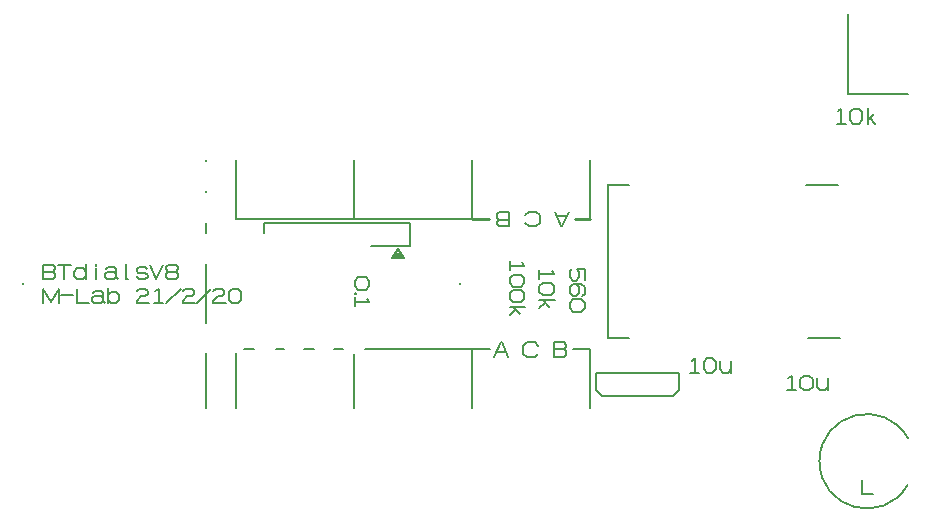
<source format=gto>
G71*G90*G75*D02*
%ASAXBY*OFA0B0*MOMM*FSLAX43Y43*IPPOS*%
%ADD12C,0.200*%
%ADD32C,0.225*%
G54D12*
G01X136500Y97000D03*
X99500D03*
X137500Y91500D02*
Y86500D01*
Y91500D02*
X139000D01*
X140375Y91219D02*
X139531D01*
X139344Y90844D02*
X139906Y92062D01*
X140000D01*
X140562Y90844D01*
X143062Y91125D02*
X142781Y90844D01*
X142125D01*
X141844Y91125D01*
Y91781D01*
X142125Y92062D01*
X142781D01*
X143062Y91781D01*
X144438Y91500D02*
X145281D01*
X145469Y91688D01*
Y91875D01*
X145281Y92062D01*
X144438D01*
Y90844D01*
X145281D01*
X145469Y91031D01*
Y91312D01*
X145281Y91500D01*
X146000D02*
X147500D01*
X117500Y107500D02*
Y102500D01*
X127500D01*
Y107500D01*
X137500Y102500D02*
Y107500D01*
X147500Y102500D02*
Y107500D01*
X127544Y95875D02*
Y95125D01*
Y95500D02*
X128762D01*
X128575Y95781D01*
X127825Y97562D02*
X127544Y97281D01*
Y96812D01*
X127825Y96531D01*
X128481D01*
X128762Y96812D01*
Y97281D01*
X128481Y97562D01*
X127825D01*
X127544Y96262D02*
Y96169D01*
X127638D01*
Y96262D01*
X127544D01*
Y96216D02*
X127638D01*
X99500Y97000D03*
X130795Y99393D02*
X131605D01*
X130921Y99583D02*
X131479D01*
X131048Y99773D02*
X131352D01*
X131175Y99963D02*
X131225D01*
X131200Y100001D02*
X130700Y99251D01*
X131700D02*
X131200Y100001D01*
X130700Y99251D02*
X131700D01*
X119900Y102200D02*
Y101300D01*
X128900Y100200D02*
X132200D01*
X169300Y119900D02*
Y113100D01*
X174400D01*
X149000Y105400D02*
X150800D01*
Y92400D02*
X149000D01*
X165900D02*
X168600D01*
X165800Y105400D02*
X168500D01*
X115000Y86500D02*
Y91200D01*
Y93700D02*
Y98700D01*
X117500Y86500D02*
Y91200D01*
X118200Y91500D02*
X119000D01*
X120900D02*
X121600D01*
X123300D02*
X124100D01*
X125800D02*
X126600D01*
X127500Y91100D02*
Y86500D01*
X128400Y91500D02*
X137500D01*
X101188Y98050D02*
X102031D01*
X102219Y98238D01*
Y98425D01*
X102031Y98612D01*
X101188D01*
Y97394D01*
X102031D01*
X102219Y97581D01*
Y97862D01*
X102031Y98050D01*
X102956Y97394D02*
Y98612D01*
X102394D02*
X103519D01*
X104819Y97394D02*
Y98706D01*
Y98050D02*
X104538Y98331D01*
X104069D01*
X103788Y98050D01*
Y97675D01*
X104069Y97394D01*
X104538D01*
X104819Y97675D01*
X105650Y97394D02*
Y98331D01*
Y98519D02*
Y98706D01*
X106481Y98238D02*
X106669Y98425D01*
X107138D01*
X107325Y98238D01*
Y97581D01*
X107512Y97394D02*
X107325Y97581D01*
X107138Y97394D01*
X106622D01*
X106434Y97581D01*
Y97816D01*
X106622Y98003D01*
X107138D01*
X107325Y97816D01*
X108344Y97394D02*
X108156D01*
Y98706D01*
X109081Y97675D02*
Y97581D01*
X109269Y97394D01*
X109831D01*
X110019Y97581D01*
Y97769D01*
X109831Y97956D01*
X109222D01*
X109081Y98097D01*
Y98238D01*
X109269Y98425D01*
X109784D01*
X109972Y98238D01*
X110194Y98612D02*
X110756Y97394D01*
X111319Y98612D01*
X111775Y98050D02*
X111588Y97862D01*
Y97581D01*
X111775Y97394D01*
X112431D01*
X112619Y97581D01*
Y97862D01*
X112431Y98050D01*
X111775D01*
X111588Y98238D01*
Y98425D01*
X111775Y98612D01*
X112431D01*
X112619Y98425D01*
Y98238D01*
X112431Y98050D01*
X101200Y95394D02*
Y96612D01*
X101856Y95488D01*
X102512Y96612D01*
Y95394D01*
X102688Y96050D02*
X103719D01*
X105019Y95394D02*
X104081D01*
Y96612D01*
X105381Y96238D02*
X105569Y96425D01*
X106038D01*
X106225Y96238D01*
Y95581D01*
X106412Y95394D02*
X106225Y95581D01*
X106038Y95394D01*
X105522D01*
X105334Y95581D01*
Y95816D01*
X105522Y96003D01*
X106038D01*
X106225Y95816D01*
X106681Y95394D02*
Y96706D01*
Y96050D02*
X106962Y96331D01*
X107338D01*
X107619Y96050D01*
Y95675D01*
X107338Y95394D01*
X106962D01*
X106681Y95675D01*
X109088Y96425D02*
X109275Y96612D01*
X109838D01*
X110025Y96425D01*
Y96144D01*
X109838Y95956D01*
X109462D01*
X109088Y95581D01*
Y95394D01*
X110119D01*
X110575D02*
X111325D01*
X110950D02*
Y96612D01*
X110669Y96425D01*
X111594Y95394D02*
X112812Y96612D01*
X112988Y96425D02*
X113175Y96612D01*
X113738D01*
X113925Y96425D01*
Y96144D01*
X113738Y95956D01*
X113362D01*
X112988Y95581D01*
Y95394D01*
X114019D01*
X114194D02*
X115412Y96612D01*
X115588Y96425D02*
X115775Y96612D01*
X116338D01*
X116525Y96425D01*
Y96144D01*
X116338Y95956D01*
X115962D01*
X115588Y95581D01*
Y95394D01*
X116619D01*
X116888Y95675D02*
X117169Y95394D01*
X117638D01*
X117919Y95675D01*
Y96331D01*
X117638Y96612D01*
X117169D01*
X116888Y96331D01*
Y95675D01*
X115000Y101300D02*
Y102200D01*
Y107400D02*
Y107500D01*
Y104800D03*
X148500Y87500D02*
X154500D01*
X155000Y88000D01*
Y89500D01*
X148000D01*
Y88000D01*
X148500Y87500D01*
X147500Y91500D02*
Y86500D01*
X171419Y79194D02*
X170481D01*
Y80412D01*
X168375Y110594D02*
X169125D01*
X168750D02*
Y111812D01*
X168469Y111625D01*
X169488Y110875D02*
X169769Y110594D01*
X170238D01*
X170519Y110875D01*
Y111531D01*
X170238Y111812D01*
X169769D01*
X169488Y111531D01*
Y110875D01*
X170975Y110594D02*
Y111906D01*
X171538Y111438D02*
X170975Y110875D01*
X171162Y111062D02*
X171631Y110594D01*
X144675Y102731D02*
X145519D01*
X145706Y103106D02*
X145144Y101888D01*
X145050D01*
X144488Y103106D01*
X141988Y102825D02*
X142269Y103106D01*
X142925D01*
X143206Y102825D01*
Y102169D01*
X142925Y101888D01*
X142269D01*
X141988Y102169D01*
X140612Y102450D02*
X139769D01*
X139581Y102262D01*
Y102075D01*
X139769Y101888D01*
X140612D01*
Y103106D01*
X139769D01*
X139581Y102919D01*
Y102638D01*
X139769Y102450D01*
G54D32*
X137500Y102500D02*
X138900D01*
X146200D02*
X147500D01*
G54D12*
X132200Y102200D02*
X119900D01*
X132200Y100200D02*
Y102200D01*
X127500Y102501D02*
X137500Y102500D01*
X149000Y105400D02*
Y92400D01*
Y105400D03*
X140694Y98925D02*
Y98175D01*
Y98550D02*
X141912D01*
X141725Y98831D01*
X140975Y97812D02*
X140694Y97531D01*
Y97062D01*
X140975Y96781D01*
X141631D01*
X141912Y97062D01*
Y97531D01*
X141631Y97812D01*
X140975D01*
Y96512D02*
X140694Y96231D01*
Y95762D01*
X140975Y95481D01*
X141631D01*
X141912Y95762D01*
Y96231D01*
X141631Y96512D01*
X140975D01*
X140694Y95025D02*
X142006D01*
X141538Y94462D02*
X140975Y95025D01*
X141162Y94838D02*
X140694Y94369D01*
X143194Y98225D02*
Y97475D01*
Y97850D02*
X144412D01*
X144225Y98131D01*
X143475Y97112D02*
X143194Y96831D01*
Y96362D01*
X143475Y96081D01*
X144131D01*
X144412Y96362D01*
Y96831D01*
X144131Y97112D01*
X143475D01*
X143194Y95625D02*
X144506D01*
X144038Y95062D02*
X143475Y95625D01*
X143662Y95438D02*
X143194Y94969D01*
X145981Y98312D02*
X145794Y98125D01*
Y97562D01*
X146075Y97281D01*
X146262D01*
X146544Y97562D01*
Y98031D01*
X146356Y98312D01*
X147012D01*
Y97375D01*
X146262Y97012D02*
X146544Y96731D01*
Y96262D01*
X146262Y95981D01*
X146075D01*
X145794Y96262D01*
Y96731D01*
X146075Y97012D01*
X146731D01*
X147012Y96731D01*
Y96169D01*
X146825Y95981D01*
X146075Y95712D02*
X145794Y95431D01*
Y94962D01*
X146075Y94681D01*
X146731D01*
X147012Y94962D01*
Y95431D01*
X146731Y95712D01*
X146075D01*
X164175Y87994D02*
X164925D01*
X164550D02*
Y89212D01*
X164269Y89025D01*
X165288Y88275D02*
X165569Y87994D01*
X166038D01*
X166319Y88275D01*
Y88931D01*
X166038Y89212D01*
X165569D01*
X165288Y88931D01*
Y88275D01*
X166681Y89025D02*
Y88275D01*
X166962Y87994D01*
X167338D01*
X167619Y88275D01*
Y87994D02*
Y89025D01*
X155975Y89494D02*
X156725D01*
X156350D02*
Y90712D01*
X156069Y90525D01*
X157088Y89775D02*
X157369Y89494D01*
X157838D01*
X158119Y89775D01*
Y90431D01*
X157838Y90712D01*
X157369D01*
X157088Y90431D01*
Y89775D01*
X158481Y90525D02*
Y89775D01*
X158762Y89494D01*
X159138D01*
X159419Y89775D01*
Y89494D02*
Y90525D01*
X174392Y83951D02*
G03X174373Y80015I-3492J-1951D01*
G01X0Y0D02*
M02*

</source>
